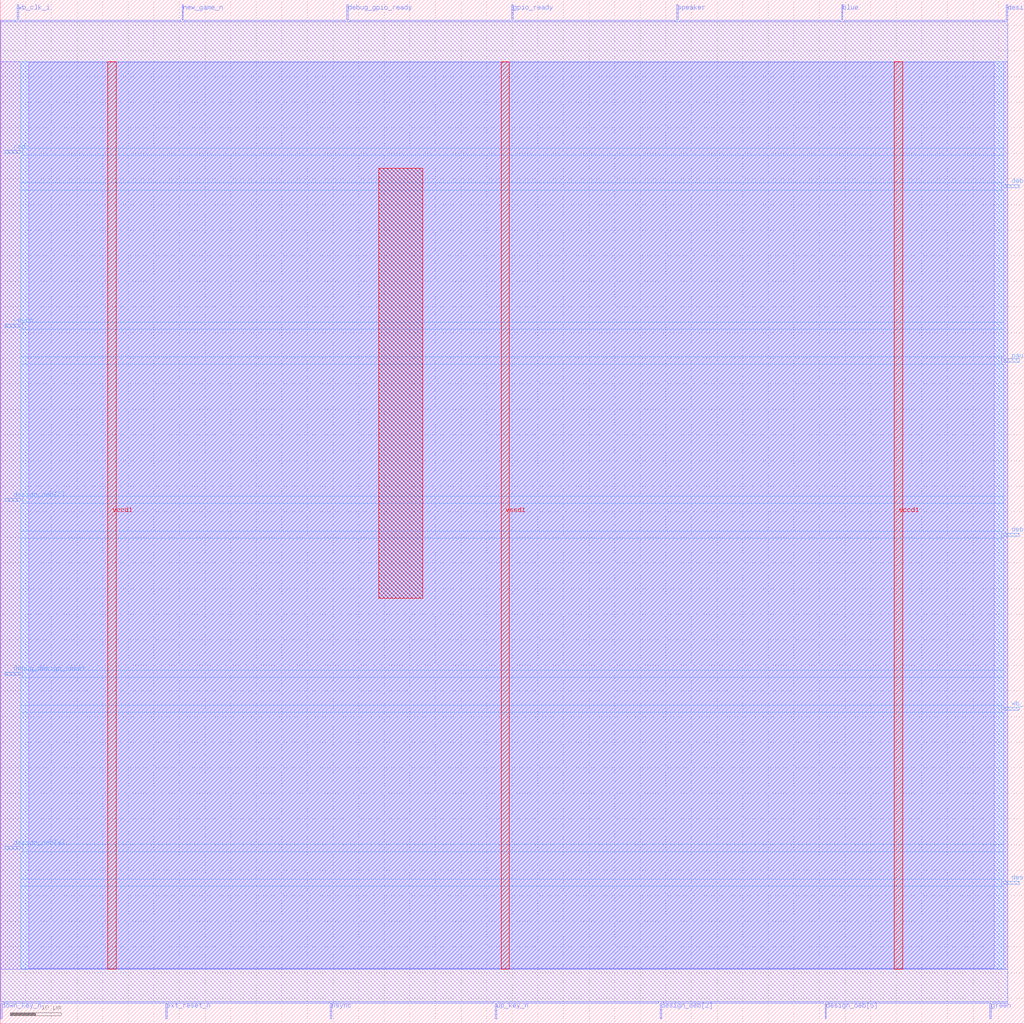
<source format=lef>
VERSION 5.7 ;
  NOWIREEXTENSIONATPIN ON ;
  DIVIDERCHAR "/" ;
  BUSBITCHARS "[]" ;
MACRO solo_squash_caravel
  CLASS BLOCK ;
  FOREIGN solo_squash_caravel ;
  ORIGIN 0.000 0.000 ;
  SIZE 200.000 BY 200.000 ;
  PIN blue
    DIRECTION OUTPUT TRISTATE ;
    USE SIGNAL ;
    PORT
      LAYER met2 ;
        RECT 164.310 196.000 164.590 199.000 ;
    END
  END blue
  PIN debug_design_reset
    DIRECTION OUTPUT TRISTATE ;
    USE SIGNAL ;
    PORT
      LAYER met3 ;
        RECT 1.000 68.040 4.000 68.640 ;
    END
  END debug_design_reset
  PIN debug_gpio_ready
    DIRECTION OUTPUT TRISTATE ;
    USE SIGNAL ;
    PORT
      LAYER met2 ;
        RECT 67.710 196.000 67.990 199.000 ;
    END
  END debug_gpio_ready
  PIN debug_oeb[0]
    DIRECTION OUTPUT TRISTATE ;
    USE SIGNAL ;
    PORT
      LAYER met3 ;
        RECT 196.000 163.240 199.000 163.840 ;
    END
  END debug_oeb[0]
  PIN debug_oeb[1]
    DIRECTION OUTPUT TRISTATE ;
    USE SIGNAL ;
    PORT
      LAYER met3 ;
        RECT 196.000 95.240 199.000 95.840 ;
    END
  END debug_oeb[1]
  PIN design_oeb[0]
    DIRECTION OUTPUT TRISTATE ;
    USE SIGNAL ;
    PORT
      LAYER met3 ;
        RECT 196.000 27.240 199.000 27.840 ;
    END
  END design_oeb[0]
  PIN design_oeb[1]
    DIRECTION OUTPUT TRISTATE ;
    USE SIGNAL ;
    PORT
      LAYER met2 ;
        RECT 196.510 196.000 196.790 199.000 ;
    END
  END design_oeb[1]
  PIN design_oeb[2]
    DIRECTION OUTPUT TRISTATE ;
    USE SIGNAL ;
    PORT
      LAYER met2 ;
        RECT 128.890 1.000 129.170 4.000 ;
    END
  END design_oeb[2]
  PIN design_oeb[3]
    DIRECTION OUTPUT TRISTATE ;
    USE SIGNAL ;
    PORT
      LAYER met3 ;
        RECT 1.000 102.040 4.000 102.640 ;
    END
  END design_oeb[3]
  PIN design_oeb[4]
    DIRECTION OUTPUT TRISTATE ;
    USE SIGNAL ;
    PORT
      LAYER met3 ;
        RECT 1.000 34.040 4.000 34.640 ;
    END
  END design_oeb[4]
  PIN design_oeb[5]
    DIRECTION OUTPUT TRISTATE ;
    USE SIGNAL ;
    PORT
      LAYER met2 ;
        RECT 161.090 1.000 161.370 4.000 ;
    END
  END design_oeb[5]
  PIN down_key_n
    DIRECTION INPUT ;
    USE SIGNAL ;
    PORT
      LAYER met2 ;
        RECT 0.090 1.000 0.370 4.000 ;
    END
  END down_key_n
  PIN ext_reset_n
    DIRECTION INPUT ;
    USE SIGNAL ;
    PORT
      LAYER met2 ;
        RECT 32.290 1.000 32.570 4.000 ;
    END
  END ext_reset_n
  PIN gpio_ready
    DIRECTION INPUT ;
    USE SIGNAL ;
    PORT
      LAYER met2 ;
        RECT 99.910 196.000 100.190 199.000 ;
    END
  END gpio_ready
  PIN green
    DIRECTION OUTPUT TRISTATE ;
    USE SIGNAL ;
    PORT
      LAYER met2 ;
        RECT 193.290 1.000 193.570 4.000 ;
    END
  END green
  PIN hsync
    DIRECTION OUTPUT TRISTATE ;
    USE SIGNAL ;
    PORT
      LAYER met2 ;
        RECT 64.490 1.000 64.770 4.000 ;
    END
  END hsync
  PIN new_game_n
    DIRECTION INPUT ;
    USE SIGNAL ;
    PORT
      LAYER met2 ;
        RECT 35.510 196.000 35.790 199.000 ;
    END
  END new_game_n
  PIN pause_n
    DIRECTION INPUT ;
    USE SIGNAL ;
    PORT
      LAYER met3 ;
        RECT 196.000 129.240 199.000 129.840 ;
    END
  END pause_n
  PIN red
    DIRECTION OUTPUT TRISTATE ;
    USE SIGNAL ;
    PORT
      LAYER met3 ;
        RECT 1.000 170.040 4.000 170.640 ;
    END
  END red
  PIN speaker
    DIRECTION OUTPUT TRISTATE ;
    USE SIGNAL ;
    PORT
      LAYER met2 ;
        RECT 132.110 196.000 132.390 199.000 ;
    END
  END speaker
  PIN up_key_n
    DIRECTION INPUT ;
    USE SIGNAL ;
    PORT
      LAYER met2 ;
        RECT 96.690 1.000 96.970 4.000 ;
    END
  END up_key_n
  PIN vccd1
    DIRECTION INOUT ;
    USE POWER ;
    PORT
      LAYER met4 ;
        RECT 21.040 10.640 22.640 187.920 ;
    END
    PORT
      LAYER met4 ;
        RECT 174.640 10.640 176.240 187.920 ;
    END
  END vccd1
  PIN vssd1
    DIRECTION INOUT ;
    USE GROUND ;
    PORT
      LAYER met4 ;
        RECT 97.840 10.640 99.440 187.920 ;
    END
  END vssd1
  PIN vsync
    DIRECTION OUTPUT TRISTATE ;
    USE SIGNAL ;
    PORT
      LAYER met3 ;
        RECT 1.000 136.040 4.000 136.640 ;
    END
  END vsync
  PIN wb_clk_i
    DIRECTION INPUT ;
    USE SIGNAL ;
    PORT
      LAYER met2 ;
        RECT 3.310 196.000 3.590 199.000 ;
    END
  END wb_clk_i
  PIN wb_rst_i
    DIRECTION INPUT ;
    USE SIGNAL ;
    PORT
      LAYER met3 ;
        RECT 196.000 61.240 199.000 61.840 ;
    END
  END wb_rst_i
  OBS
      LAYER li1 ;
        RECT 5.520 10.795 194.120 187.765 ;
      LAYER met1 ;
        RECT 0.070 10.640 196.810 187.920 ;
      LAYER met2 ;
        RECT 0.100 195.720 3.030 196.000 ;
        RECT 3.870 195.720 35.230 196.000 ;
        RECT 36.070 195.720 67.430 196.000 ;
        RECT 68.270 195.720 99.630 196.000 ;
        RECT 100.470 195.720 131.830 196.000 ;
        RECT 132.670 195.720 164.030 196.000 ;
        RECT 164.870 195.720 196.230 196.000 ;
        RECT 0.100 4.280 196.780 195.720 ;
        RECT 0.650 4.000 32.010 4.280 ;
        RECT 32.850 4.000 64.210 4.280 ;
        RECT 65.050 4.000 96.410 4.280 ;
        RECT 97.250 4.000 128.610 4.280 ;
        RECT 129.450 4.000 160.810 4.280 ;
        RECT 161.650 4.000 193.010 4.280 ;
        RECT 193.850 4.000 196.780 4.280 ;
      LAYER met3 ;
        RECT 4.000 171.040 196.000 187.845 ;
        RECT 4.400 169.640 196.000 171.040 ;
        RECT 4.000 164.240 196.000 169.640 ;
        RECT 4.000 162.840 195.600 164.240 ;
        RECT 4.000 137.040 196.000 162.840 ;
        RECT 4.400 135.640 196.000 137.040 ;
        RECT 4.000 130.240 196.000 135.640 ;
        RECT 4.000 128.840 195.600 130.240 ;
        RECT 4.000 103.040 196.000 128.840 ;
        RECT 4.400 101.640 196.000 103.040 ;
        RECT 4.000 96.240 196.000 101.640 ;
        RECT 4.000 94.840 195.600 96.240 ;
        RECT 4.000 69.040 196.000 94.840 ;
        RECT 4.400 67.640 196.000 69.040 ;
        RECT 4.000 62.240 196.000 67.640 ;
        RECT 4.000 60.840 195.600 62.240 ;
        RECT 4.000 35.040 196.000 60.840 ;
        RECT 4.400 33.640 196.000 35.040 ;
        RECT 4.000 28.240 196.000 33.640 ;
        RECT 4.000 26.840 195.600 28.240 ;
        RECT 4.000 10.715 196.000 26.840 ;
      LAYER met4 ;
        RECT 73.895 83.135 82.505 167.105 ;
  END
END solo_squash_caravel
END LIBRARY


</source>
